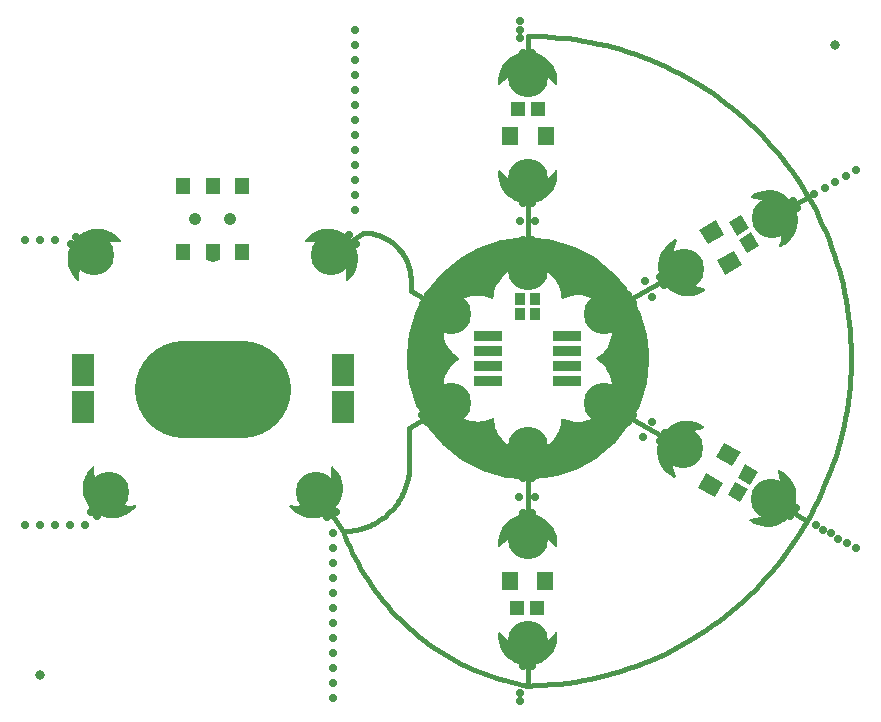
<source format=gbr>
G04 EAGLE Gerber RS-274X export*
G75*
%MOMM*%
%FSLAX34Y34*%
%LPD*%
%INSoldermask Top*%
%IPPOS*%
%AMOC8*
5,1,8,0,0,1.08239X$1,22.5*%
G01*
%ADD10C,0.406400*%
%ADD11C,0.711200*%
%ADD12R,2.413000X0.812800*%
%ADD13R,0.903200X1.103200*%
%ADD14C,3.419200*%
%ADD15R,1.203200X1.353200*%
%ADD16C,1.053200*%
%ADD17R,1.981200X2.743200*%
%ADD18C,8.203200*%
%ADD19R,1.303200X1.203200*%
%ADD20R,1.403200X1.603200*%
%ADD21C,0.838200*%
%ADD22C,1.219200*%

G36*
X440914Y191021D02*
X440914Y191021D01*
X443614Y191121D01*
X443628Y191125D01*
X443647Y191124D01*
X458947Y193024D01*
X458964Y193030D01*
X458989Y193031D01*
X461489Y193631D01*
X461490Y193632D01*
X461492Y193632D01*
X463892Y194232D01*
X463904Y194238D01*
X463921Y194240D01*
X478221Y199040D01*
X478233Y199048D01*
X478251Y199052D01*
X480551Y200052D01*
X480561Y200060D01*
X480572Y200062D01*
X480577Y200066D01*
X480585Y200069D01*
X495585Y208469D01*
X495595Y208478D01*
X495610Y208484D01*
X497710Y209884D01*
X497724Y209898D01*
X497745Y209911D01*
X510845Y221011D01*
X510854Y221022D01*
X510868Y221032D01*
X512568Y222732D01*
X512578Y222748D01*
X512596Y222763D01*
X523296Y236163D01*
X523301Y236173D01*
X523311Y236183D01*
X524711Y238183D01*
X524718Y238202D01*
X524735Y238223D01*
X532835Y253523D01*
X532841Y253543D01*
X532855Y253567D01*
X533754Y255963D01*
X534653Y258262D01*
X534656Y258278D01*
X534665Y258297D01*
X538765Y272797D01*
X538766Y272810D01*
X538772Y272826D01*
X539272Y275326D01*
X539272Y275333D01*
X539275Y275342D01*
X539675Y277942D01*
X539674Y277955D01*
X539678Y277971D01*
X540878Y293471D01*
X540875Y293490D01*
X540879Y293514D01*
X540779Y296214D01*
X540779Y296215D01*
X540679Y298815D01*
X540675Y298829D01*
X540676Y298847D01*
X538776Y314147D01*
X538772Y314159D01*
X538772Y314174D01*
X538272Y316674D01*
X538269Y316680D01*
X538269Y316689D01*
X537669Y319189D01*
X537662Y319202D01*
X537659Y319221D01*
X532859Y333421D01*
X532852Y333434D01*
X532848Y333451D01*
X531848Y335751D01*
X531837Y335765D01*
X531830Y335787D01*
X523330Y350787D01*
X523322Y350796D01*
X523316Y350810D01*
X521916Y352910D01*
X521902Y352923D01*
X521890Y352944D01*
X510890Y366044D01*
X510875Y366055D01*
X510860Y366076D01*
X509060Y367776D01*
X509048Y367783D01*
X509037Y367796D01*
X495637Y378496D01*
X495627Y378501D01*
X495618Y378511D01*
X493618Y379911D01*
X493598Y379918D01*
X493577Y379935D01*
X478277Y388035D01*
X478259Y388040D01*
X478238Y388053D01*
X475938Y388953D01*
X475936Y388954D01*
X475933Y388955D01*
X473533Y389855D01*
X473519Y389857D01*
X473503Y389865D01*
X459003Y393965D01*
X458990Y393966D01*
X458974Y393972D01*
X456474Y394472D01*
X456468Y394472D01*
X456460Y394475D01*
X453960Y394875D01*
X453946Y394874D01*
X453929Y394878D01*
X438329Y396078D01*
X438316Y396076D01*
X438300Y396079D01*
X435700Y396079D01*
X435694Y396078D01*
X435686Y396079D01*
X432986Y395979D01*
X432971Y395975D01*
X432951Y395976D01*
X417651Y393976D01*
X417640Y393972D01*
X417626Y393972D01*
X415126Y393472D01*
X415118Y393469D01*
X415108Y393468D01*
X412708Y392868D01*
X412696Y392862D01*
X412679Y392860D01*
X398379Y388060D01*
X398365Y388050D01*
X398343Y388045D01*
X396143Y387045D01*
X396133Y387038D01*
X396124Y387035D01*
X396120Y387033D01*
X396114Y387031D01*
X381014Y378531D01*
X381002Y378519D01*
X380983Y378511D01*
X378983Y377111D01*
X378973Y377100D01*
X378956Y377090D01*
X365856Y366090D01*
X365847Y366079D01*
X365832Y366068D01*
X364032Y364268D01*
X364022Y364252D01*
X364004Y364237D01*
X353304Y350837D01*
X353299Y350827D01*
X353289Y350818D01*
X351889Y348818D01*
X351881Y348798D01*
X351864Y348776D01*
X343864Y333476D01*
X343861Y333464D01*
X343852Y333451D01*
X342852Y331151D01*
X342851Y331142D01*
X342845Y331133D01*
X341945Y328733D01*
X341943Y328719D01*
X341935Y328703D01*
X337835Y314203D01*
X337834Y314190D01*
X337828Y314174D01*
X337328Y311674D01*
X337328Y311668D01*
X337326Y311660D01*
X336926Y309160D01*
X336927Y309146D01*
X336922Y309129D01*
X335722Y293529D01*
X335725Y293510D01*
X335721Y293485D01*
X335921Y288285D01*
X335925Y288272D01*
X335924Y288254D01*
X337824Y272854D01*
X337828Y272842D01*
X337828Y272826D01*
X338328Y270326D01*
X338332Y270318D01*
X338332Y270308D01*
X338932Y267908D01*
X338939Y267895D01*
X338941Y267877D01*
X343841Y253577D01*
X343850Y253563D01*
X343855Y253543D01*
X344855Y251343D01*
X344863Y251332D01*
X344869Y251316D01*
X353269Y236216D01*
X353280Y236203D01*
X353289Y236183D01*
X354689Y234183D01*
X354701Y234172D01*
X354711Y234155D01*
X365811Y221055D01*
X365822Y221047D01*
X365832Y221032D01*
X367532Y219332D01*
X367547Y219322D01*
X367562Y219305D01*
X380962Y208505D01*
X380972Y208500D01*
X380983Y208489D01*
X382983Y207089D01*
X383002Y207081D01*
X383024Y207064D01*
X398324Y199064D01*
X398336Y199061D01*
X398349Y199052D01*
X400649Y198052D01*
X400658Y198051D01*
X400667Y198045D01*
X403067Y197145D01*
X403081Y197143D01*
X403097Y197135D01*
X417597Y193035D01*
X417610Y193034D01*
X417626Y193028D01*
X420126Y192528D01*
X420132Y192528D01*
X420140Y192526D01*
X422640Y192126D01*
X422654Y192127D01*
X422671Y192122D01*
X438271Y190922D01*
X438290Y190925D01*
X438315Y190921D01*
X440914Y191021D01*
G37*
%LPC*%
G36*
X435440Y215277D02*
X435440Y215277D01*
X432675Y215672D01*
X430007Y216364D01*
X427343Y217252D01*
X424878Y218435D01*
X422504Y219820D01*
X420236Y221398D01*
X418165Y223271D01*
X416291Y225244D01*
X414612Y227516D01*
X413128Y229792D01*
X411846Y232256D01*
X410862Y234816D01*
X410171Y237481D01*
X409677Y240247D01*
X409478Y243027D01*
X409469Y243058D01*
X409468Y243091D01*
X409443Y243140D01*
X409427Y243192D01*
X409404Y243216D01*
X409389Y243245D01*
X409345Y243278D01*
X409308Y243317D01*
X409277Y243329D01*
X409250Y243348D01*
X409197Y243358D01*
X409145Y243377D01*
X409112Y243373D01*
X409080Y243379D01*
X409011Y243362D01*
X408973Y243357D01*
X408960Y243349D01*
X408941Y243344D01*
X406358Y242152D01*
X403790Y241263D01*
X401125Y240572D01*
X398366Y240178D01*
X395700Y240080D01*
X392927Y240179D01*
X390168Y240474D01*
X387510Y241163D01*
X384936Y242054D01*
X382370Y243140D01*
X380008Y244518D01*
X377836Y246097D01*
X375662Y247975D01*
X373788Y249947D01*
X372109Y252120D01*
X370628Y254392D01*
X369346Y256856D01*
X368359Y259424D01*
X367569Y261989D01*
X367076Y264754D01*
X366779Y267421D01*
X366779Y270180D01*
X367076Y272945D01*
X367569Y275611D01*
X368358Y278272D01*
X369442Y280836D01*
X370728Y283209D01*
X372212Y285583D01*
X373885Y287749D01*
X375858Y289721D01*
X377932Y291500D01*
X380217Y293089D01*
X380238Y293112D01*
X380265Y293129D01*
X380280Y293152D01*
X380302Y293170D01*
X380313Y293196D01*
X380332Y293217D01*
X380341Y293248D01*
X380358Y293274D01*
X380361Y293303D01*
X380370Y293324D01*
X380372Y293328D01*
X380371Y293357D01*
X380379Y293384D01*
X380373Y293415D01*
X380376Y293447D01*
X380367Y293473D01*
X380366Y293497D01*
X380365Y293501D01*
X380352Y293526D01*
X380347Y293554D01*
X380328Y293579D01*
X380317Y293609D01*
X380294Y293632D01*
X380285Y293648D01*
X380282Y293653D01*
X380259Y293669D01*
X380242Y293692D01*
X380229Y293698D01*
X380217Y293711D01*
X377929Y295303D01*
X375759Y297078D01*
X373888Y299047D01*
X372206Y301224D01*
X370623Y303499D01*
X369345Y305859D01*
X368359Y308422D01*
X367567Y311095D01*
X366975Y313762D01*
X366679Y316520D01*
X366679Y319279D01*
X366976Y321946D01*
X367469Y324711D01*
X368259Y327276D01*
X369248Y329850D01*
X370433Y332317D01*
X371907Y334675D01*
X373685Y336749D01*
X375565Y338828D01*
X377635Y340602D01*
X379808Y342182D01*
X382175Y343563D01*
X384742Y344748D01*
X387303Y345634D01*
X389968Y346227D01*
X392734Y346622D01*
X395401Y346721D01*
X398166Y346622D01*
X400932Y346227D01*
X403590Y345636D01*
X406156Y344649D01*
X408647Y343553D01*
X408670Y343549D01*
X408689Y343537D01*
X408754Y343533D01*
X408817Y343521D01*
X408839Y343527D01*
X408862Y343526D01*
X408922Y343551D01*
X408984Y343568D01*
X409001Y343584D01*
X409022Y343592D01*
X409064Y343641D01*
X409112Y343684D01*
X409120Y343706D01*
X409135Y343723D01*
X409164Y343817D01*
X409175Y343846D01*
X409175Y343852D01*
X409177Y343860D01*
X409476Y346646D01*
X409971Y349419D01*
X410662Y352084D01*
X411646Y354644D01*
X412930Y357112D01*
X414414Y359486D01*
X416091Y361756D01*
X417965Y363729D01*
X420036Y365602D01*
X422304Y367180D01*
X424675Y368563D01*
X427248Y369750D01*
X429808Y370735D01*
X432575Y371328D01*
X435241Y371822D01*
X438100Y371921D01*
X440865Y371822D01*
X443526Y371428D01*
X446292Y370736D01*
X448858Y369848D01*
X451425Y368663D01*
X453791Y367283D01*
X456064Y365603D01*
X458139Y363825D01*
X460112Y361753D01*
X461788Y359583D01*
X463267Y357217D01*
X464452Y354750D01*
X465441Y352178D01*
X466230Y349512D01*
X466723Y346753D01*
X466922Y343973D01*
X466931Y343942D01*
X466932Y343909D01*
X466957Y343860D01*
X466973Y343808D01*
X466996Y343784D01*
X467011Y343755D01*
X467055Y343722D01*
X467093Y343683D01*
X467123Y343671D01*
X467150Y343652D01*
X467204Y343642D01*
X467255Y343623D01*
X467288Y343627D01*
X467320Y343621D01*
X467389Y343638D01*
X467427Y343643D01*
X467440Y343651D01*
X467459Y343656D01*
X470042Y344848D01*
X472608Y345736D01*
X475374Y346428D01*
X478041Y346823D01*
X480807Y347020D01*
X483566Y346922D01*
X486333Y346526D01*
X489098Y345934D01*
X491658Y345048D01*
X494225Y343863D01*
X496596Y342480D01*
X498868Y340900D01*
X500942Y339121D01*
X502915Y337149D01*
X504588Y334983D01*
X506070Y332612D01*
X507354Y330144D01*
X508341Y327578D01*
X509130Y324912D01*
X509624Y322146D01*
X509921Y319380D01*
X509921Y316620D01*
X509625Y313862D01*
X509033Y311195D01*
X508242Y308528D01*
X507157Y305961D01*
X505875Y303497D01*
X504294Y301224D01*
X502615Y299051D01*
X500642Y297079D01*
X498571Y295303D01*
X496190Y293716D01*
X496165Y293690D01*
X496135Y293671D01*
X496120Y293648D01*
X496098Y293630D01*
X496088Y293607D01*
X496071Y293589D01*
X496061Y293555D01*
X496042Y293526D01*
X496039Y293497D01*
X496028Y293472D01*
X496029Y293447D01*
X496021Y293424D01*
X496027Y293389D01*
X496024Y293354D01*
X496033Y293327D01*
X496035Y293299D01*
X496046Y293277D01*
X496050Y293253D01*
X496071Y293224D01*
X496083Y293191D01*
X496106Y293168D01*
X496118Y293147D01*
X496130Y293139D01*
X496138Y293133D01*
X496152Y293113D01*
X496168Y293105D01*
X496183Y293089D01*
X498468Y291500D01*
X500542Y289721D01*
X502515Y287749D01*
X504188Y285583D01*
X505672Y283209D01*
X506958Y280836D01*
X508042Y278272D01*
X508831Y275611D01*
X509324Y272945D01*
X509621Y270180D01*
X509621Y267420D01*
X509324Y264655D01*
X508831Y261989D01*
X508041Y259322D01*
X507053Y256753D01*
X505871Y254391D01*
X504292Y252021D01*
X502612Y249847D01*
X500738Y247875D01*
X498668Y246100D01*
X496396Y244520D01*
X494022Y243135D01*
X491557Y241952D01*
X488899Y241066D01*
X486232Y240473D01*
X483466Y240078D01*
X480800Y239980D01*
X478034Y240078D01*
X475275Y240472D01*
X472610Y241163D01*
X470045Y242051D01*
X467564Y243242D01*
X467536Y243248D01*
X467511Y243263D01*
X467452Y243267D01*
X467395Y243279D01*
X467367Y243272D01*
X467338Y243274D01*
X467284Y243252D01*
X467227Y243238D01*
X467205Y243219D01*
X467178Y243208D01*
X467140Y243164D01*
X467095Y243126D01*
X467084Y243099D01*
X467065Y243077D01*
X467041Y243001D01*
X467027Y242967D01*
X467027Y242955D01*
X467027Y242953D01*
X467025Y242950D01*
X467025Y242948D01*
X467023Y242940D01*
X466724Y240154D01*
X466230Y237388D01*
X465441Y234722D01*
X464452Y232150D01*
X463269Y229686D01*
X461791Y227420D01*
X460112Y225247D01*
X458139Y223175D01*
X456061Y221394D01*
X453890Y219717D01*
X451430Y218340D01*
X448963Y217254D01*
X446293Y216364D01*
X443625Y215672D01*
X440859Y215277D01*
X438199Y215080D01*
X435440Y215277D01*
G37*
%LPD*%
G36*
X441832Y424967D02*
X441832Y424967D01*
X441922Y424985D01*
X441986Y424988D01*
X445535Y425749D01*
X445621Y425781D01*
X445684Y425794D01*
X449075Y427089D01*
X449155Y427133D01*
X449216Y427156D01*
X452368Y428954D01*
X452382Y428965D01*
X452397Y428972D01*
X452446Y429013D01*
X452497Y429041D01*
X455338Y431301D01*
X455400Y431367D01*
X455452Y431407D01*
X457913Y434073D01*
X457965Y434148D01*
X458010Y434196D01*
X460035Y437208D01*
X460075Y437289D01*
X460112Y437343D01*
X461653Y440629D01*
X461679Y440716D01*
X461708Y440775D01*
X462728Y444258D01*
X462741Y444348D01*
X462760Y444410D01*
X463236Y448008D01*
X463235Y448100D01*
X463245Y448164D01*
X463165Y451792D01*
X463156Y451846D01*
X463157Y451900D01*
X463133Y451985D01*
X463119Y452073D01*
X463096Y452122D01*
X463082Y452174D01*
X463035Y452249D01*
X462997Y452330D01*
X462961Y452370D01*
X462933Y452416D01*
X462867Y452476D01*
X462809Y452543D01*
X462763Y452571D01*
X462723Y452608D01*
X462644Y452647D01*
X462569Y452695D01*
X462517Y452710D01*
X462468Y452734D01*
X462381Y452750D01*
X462296Y452775D01*
X462242Y452775D01*
X462189Y452785D01*
X462100Y452775D01*
X462012Y452776D01*
X461960Y452761D01*
X461906Y452755D01*
X461824Y452722D01*
X461738Y452698D01*
X461692Y452669D01*
X461642Y452649D01*
X461587Y452604D01*
X461497Y452547D01*
X461434Y452478D01*
X461383Y452436D01*
X458628Y449261D01*
X455504Y446558D01*
X452027Y444326D01*
X448269Y442612D01*
X444305Y441449D01*
X440216Y440862D01*
X436084Y440862D01*
X431995Y441449D01*
X428031Y442612D01*
X424273Y444326D01*
X420796Y446558D01*
X417672Y449261D01*
X414917Y452436D01*
X414876Y452471D01*
X414842Y452513D01*
X414769Y452564D01*
X414702Y452622D01*
X414653Y452645D01*
X414609Y452676D01*
X414525Y452704D01*
X414444Y452742D01*
X414391Y452750D01*
X414340Y452767D01*
X414251Y452772D01*
X414163Y452785D01*
X414110Y452778D01*
X414056Y452781D01*
X413969Y452760D01*
X413881Y452749D01*
X413832Y452728D01*
X413779Y452715D01*
X413702Y452671D01*
X413620Y452636D01*
X413579Y452602D01*
X413532Y452575D01*
X413470Y452512D01*
X413401Y452455D01*
X413371Y452411D01*
X413333Y452372D01*
X413291Y452294D01*
X413240Y452221D01*
X413223Y452170D01*
X413198Y452122D01*
X413184Y452052D01*
X413151Y451951D01*
X413147Y451857D01*
X413135Y451792D01*
X413055Y448164D01*
X413066Y448073D01*
X413064Y448008D01*
X413540Y444410D01*
X413564Y444322D01*
X413572Y444258D01*
X414592Y440775D01*
X414630Y440692D01*
X414647Y440629D01*
X416188Y437343D01*
X416238Y437267D01*
X416265Y437208D01*
X418290Y434196D01*
X418351Y434128D01*
X418387Y434073D01*
X420848Y431407D01*
X420919Y431349D01*
X420962Y431301D01*
X423803Y429041D01*
X423838Y429021D01*
X423859Y429001D01*
X423901Y428980D01*
X423932Y428954D01*
X427084Y427156D01*
X427169Y427122D01*
X427225Y427089D01*
X430616Y425794D01*
X430704Y425773D01*
X430765Y425749D01*
X434314Y424988D01*
X434404Y424981D01*
X434468Y424967D01*
X438091Y424756D01*
X438158Y424762D01*
X438209Y424756D01*
X441832Y424967D01*
G37*
G36*
X441832Y33807D02*
X441832Y33807D01*
X441922Y33825D01*
X441986Y33828D01*
X445535Y34589D01*
X445621Y34621D01*
X445684Y34634D01*
X449075Y35929D01*
X449155Y35973D01*
X449216Y35996D01*
X452368Y37794D01*
X452382Y37805D01*
X452397Y37812D01*
X452446Y37853D01*
X452497Y37881D01*
X455338Y40141D01*
X455400Y40207D01*
X455452Y40247D01*
X457913Y42913D01*
X457965Y42988D01*
X458010Y43036D01*
X460035Y46048D01*
X460075Y46129D01*
X460112Y46183D01*
X461653Y49469D01*
X461679Y49556D01*
X461708Y49615D01*
X462728Y53098D01*
X462741Y53188D01*
X462760Y53250D01*
X463236Y56848D01*
X463235Y56940D01*
X463245Y57004D01*
X463165Y60632D01*
X463156Y60686D01*
X463157Y60740D01*
X463133Y60825D01*
X463119Y60913D01*
X463096Y60962D01*
X463082Y61014D01*
X463035Y61089D01*
X462997Y61170D01*
X462961Y61210D01*
X462933Y61256D01*
X462867Y61316D01*
X462809Y61383D01*
X462763Y61411D01*
X462723Y61448D01*
X462644Y61487D01*
X462569Y61535D01*
X462517Y61550D01*
X462468Y61574D01*
X462381Y61590D01*
X462296Y61615D01*
X462242Y61615D01*
X462189Y61625D01*
X462100Y61615D01*
X462012Y61616D01*
X461960Y61601D01*
X461906Y61595D01*
X461824Y61562D01*
X461738Y61538D01*
X461692Y61509D01*
X461642Y61489D01*
X461587Y61444D01*
X461497Y61387D01*
X461434Y61318D01*
X461383Y61276D01*
X458628Y58101D01*
X455504Y55398D01*
X452027Y53166D01*
X448269Y51452D01*
X444305Y50289D01*
X440216Y49702D01*
X436084Y49702D01*
X431995Y50289D01*
X428031Y51452D01*
X424273Y53166D01*
X420796Y55398D01*
X417672Y58101D01*
X414917Y61276D01*
X414876Y61311D01*
X414842Y61353D01*
X414769Y61404D01*
X414702Y61462D01*
X414653Y61485D01*
X414609Y61516D01*
X414525Y61544D01*
X414444Y61582D01*
X414391Y61590D01*
X414340Y61607D01*
X414251Y61612D01*
X414163Y61625D01*
X414110Y61618D01*
X414056Y61621D01*
X413969Y61600D01*
X413881Y61589D01*
X413832Y61568D01*
X413779Y61555D01*
X413702Y61511D01*
X413620Y61476D01*
X413579Y61442D01*
X413532Y61415D01*
X413470Y61352D01*
X413401Y61295D01*
X413371Y61251D01*
X413333Y61212D01*
X413291Y61134D01*
X413240Y61061D01*
X413223Y61010D01*
X413198Y60962D01*
X413184Y60892D01*
X413151Y60791D01*
X413147Y60697D01*
X413135Y60632D01*
X413055Y57004D01*
X413066Y56913D01*
X413064Y56848D01*
X413540Y53250D01*
X413564Y53162D01*
X413572Y53098D01*
X414592Y49615D01*
X414630Y49532D01*
X414647Y49469D01*
X416188Y46183D01*
X416238Y46107D01*
X416265Y46048D01*
X418290Y43036D01*
X418351Y42968D01*
X418387Y42913D01*
X420848Y40247D01*
X420919Y40189D01*
X420962Y40141D01*
X423803Y37881D01*
X423838Y37861D01*
X423859Y37841D01*
X423901Y37820D01*
X423932Y37794D01*
X427084Y35996D01*
X427169Y35962D01*
X427225Y35929D01*
X430616Y34634D01*
X430704Y34613D01*
X430765Y34589D01*
X434314Y33828D01*
X434404Y33821D01*
X434468Y33807D01*
X438091Y33596D01*
X438158Y33602D01*
X438209Y33596D01*
X441832Y33807D01*
G37*
G36*
X462190Y525122D02*
X462190Y525122D01*
X462244Y525119D01*
X462331Y525140D01*
X462419Y525151D01*
X462468Y525172D01*
X462521Y525185D01*
X462598Y525229D01*
X462680Y525264D01*
X462721Y525298D01*
X462768Y525325D01*
X462830Y525388D01*
X462899Y525445D01*
X462930Y525489D01*
X462967Y525528D01*
X463010Y525606D01*
X463060Y525679D01*
X463077Y525730D01*
X463102Y525778D01*
X463116Y525848D01*
X463149Y525949D01*
X463153Y526043D01*
X463165Y526108D01*
X463245Y529736D01*
X463234Y529827D01*
X463236Y529892D01*
X462760Y533490D01*
X462736Y533578D01*
X462728Y533642D01*
X461708Y537125D01*
X461670Y537208D01*
X461653Y537271D01*
X460112Y540557D01*
X460062Y540633D01*
X460035Y540692D01*
X458010Y543704D01*
X457949Y543772D01*
X457913Y543827D01*
X455452Y546494D01*
X455381Y546551D01*
X455338Y546599D01*
X452497Y548859D01*
X452418Y548905D01*
X452368Y548946D01*
X449216Y550744D01*
X449131Y550778D01*
X449075Y550811D01*
X445684Y552106D01*
X445596Y552127D01*
X445535Y552151D01*
X441986Y552912D01*
X441896Y552919D01*
X441832Y552933D01*
X438209Y553144D01*
X438142Y553138D01*
X438091Y553144D01*
X434468Y552933D01*
X434379Y552915D01*
X434314Y552912D01*
X430765Y552151D01*
X430679Y552119D01*
X430616Y552106D01*
X427225Y550811D01*
X427146Y550767D01*
X427084Y550744D01*
X423932Y548946D01*
X423860Y548890D01*
X423803Y548859D01*
X420962Y546599D01*
X420900Y546533D01*
X420848Y546494D01*
X418387Y543827D01*
X418335Y543752D01*
X418290Y543704D01*
X416265Y540692D01*
X416225Y540611D01*
X416188Y540557D01*
X414647Y537271D01*
X414621Y537184D01*
X414592Y537125D01*
X413572Y533642D01*
X413559Y533552D01*
X413540Y533490D01*
X413064Y529892D01*
X413065Y529801D01*
X413055Y529736D01*
X413135Y526108D01*
X413144Y526054D01*
X413143Y526000D01*
X413167Y525915D01*
X413181Y525827D01*
X413204Y525778D01*
X413218Y525726D01*
X413265Y525651D01*
X413303Y525570D01*
X413339Y525530D01*
X413367Y525484D01*
X413433Y525424D01*
X413491Y525357D01*
X413537Y525329D01*
X413577Y525292D01*
X413656Y525253D01*
X413731Y525205D01*
X413783Y525190D01*
X413832Y525166D01*
X413919Y525150D01*
X414004Y525125D01*
X414058Y525125D01*
X414111Y525116D01*
X414200Y525125D01*
X414288Y525124D01*
X414340Y525139D01*
X414394Y525145D01*
X414477Y525178D01*
X414562Y525202D01*
X414608Y525231D01*
X414658Y525251D01*
X414713Y525296D01*
X414803Y525353D01*
X414866Y525422D01*
X414917Y525465D01*
X417672Y528639D01*
X420796Y531342D01*
X424273Y533574D01*
X428031Y535288D01*
X431995Y536451D01*
X436084Y537038D01*
X440216Y537038D01*
X444305Y536451D01*
X448269Y535288D01*
X452027Y533574D01*
X455504Y531342D01*
X458628Y528639D01*
X461383Y525465D01*
X461424Y525429D01*
X461458Y525387D01*
X461531Y525336D01*
X461598Y525278D01*
X461647Y525255D01*
X461691Y525224D01*
X461775Y525196D01*
X461856Y525158D01*
X461909Y525150D01*
X461960Y525133D01*
X462049Y525128D01*
X462137Y525115D01*
X462190Y525122D01*
G37*
G36*
X462190Y133962D02*
X462190Y133962D01*
X462244Y133959D01*
X462331Y133980D01*
X462419Y133991D01*
X462468Y134012D01*
X462521Y134025D01*
X462598Y134069D01*
X462680Y134104D01*
X462721Y134138D01*
X462768Y134165D01*
X462830Y134228D01*
X462899Y134285D01*
X462930Y134329D01*
X462967Y134368D01*
X463010Y134446D01*
X463060Y134519D01*
X463077Y134570D01*
X463102Y134618D01*
X463116Y134688D01*
X463149Y134789D01*
X463153Y134883D01*
X463165Y134948D01*
X463245Y138576D01*
X463234Y138667D01*
X463236Y138732D01*
X462760Y142330D01*
X462736Y142418D01*
X462728Y142482D01*
X461708Y145965D01*
X461670Y146048D01*
X461653Y146111D01*
X460112Y149397D01*
X460062Y149473D01*
X460035Y149532D01*
X458010Y152544D01*
X457949Y152612D01*
X457913Y152667D01*
X455452Y155334D01*
X455381Y155391D01*
X455338Y155439D01*
X452497Y157699D01*
X452418Y157745D01*
X452368Y157786D01*
X449216Y159584D01*
X449131Y159618D01*
X449075Y159651D01*
X445684Y160946D01*
X445596Y160967D01*
X445535Y160991D01*
X441986Y161752D01*
X441896Y161759D01*
X441832Y161773D01*
X438209Y161984D01*
X438142Y161978D01*
X438091Y161984D01*
X434468Y161773D01*
X434379Y161755D01*
X434314Y161752D01*
X430765Y160991D01*
X430679Y160959D01*
X430616Y160946D01*
X427225Y159651D01*
X427146Y159607D01*
X427084Y159584D01*
X423932Y157786D01*
X423860Y157730D01*
X423803Y157699D01*
X420962Y155439D01*
X420900Y155373D01*
X420848Y155334D01*
X418387Y152667D01*
X418335Y152592D01*
X418290Y152544D01*
X416265Y149532D01*
X416225Y149451D01*
X416188Y149397D01*
X414647Y146111D01*
X414621Y146024D01*
X414592Y145965D01*
X413572Y142482D01*
X413559Y142392D01*
X413540Y142330D01*
X413064Y138732D01*
X413065Y138641D01*
X413055Y138576D01*
X413135Y134948D01*
X413144Y134894D01*
X413143Y134840D01*
X413167Y134755D01*
X413181Y134667D01*
X413204Y134618D01*
X413218Y134566D01*
X413265Y134491D01*
X413303Y134410D01*
X413339Y134370D01*
X413367Y134324D01*
X413433Y134264D01*
X413491Y134197D01*
X413537Y134169D01*
X413577Y134132D01*
X413656Y134093D01*
X413731Y134045D01*
X413783Y134030D01*
X413832Y134006D01*
X413919Y133990D01*
X414004Y133965D01*
X414058Y133965D01*
X414111Y133956D01*
X414200Y133965D01*
X414288Y133964D01*
X414340Y133979D01*
X414394Y133985D01*
X414477Y134018D01*
X414562Y134042D01*
X414608Y134071D01*
X414658Y134091D01*
X414713Y134136D01*
X414803Y134193D01*
X414866Y134262D01*
X414917Y134305D01*
X417672Y137479D01*
X420796Y140182D01*
X424273Y142414D01*
X428031Y144128D01*
X431995Y145291D01*
X436084Y145878D01*
X440216Y145878D01*
X444305Y145291D01*
X448269Y144128D01*
X452027Y142414D01*
X455504Y140182D01*
X458628Y137479D01*
X461383Y134305D01*
X461424Y134269D01*
X461458Y134227D01*
X461531Y134176D01*
X461598Y134118D01*
X461647Y134095D01*
X461691Y134064D01*
X461775Y134036D01*
X461856Y133998D01*
X461909Y133990D01*
X461960Y133973D01*
X462049Y133968D01*
X462137Y133955D01*
X462190Y133962D01*
G37*
G36*
X57758Y359240D02*
X57758Y359240D01*
X57812Y359240D01*
X57897Y359266D01*
X57984Y359282D01*
X58032Y359306D01*
X58084Y359322D01*
X58159Y359370D01*
X58238Y359410D01*
X58278Y359446D01*
X58323Y359476D01*
X58382Y359542D01*
X58447Y359603D01*
X58475Y359649D01*
X58510Y359690D01*
X58548Y359770D01*
X58594Y359846D01*
X58608Y359898D01*
X58630Y359947D01*
X58640Y360018D01*
X58667Y360121D01*
X58665Y360214D01*
X58674Y360280D01*
X58524Y364481D01*
X58965Y368589D01*
X59986Y372592D01*
X61566Y376409D01*
X63672Y379963D01*
X66262Y383181D01*
X69283Y385999D01*
X72674Y388358D01*
X76366Y390211D01*
X80285Y391520D01*
X84349Y392259D01*
X88478Y392413D01*
X92658Y391970D01*
X92712Y391972D01*
X92765Y391965D01*
X92853Y391977D01*
X92942Y391980D01*
X92993Y391997D01*
X93047Y392005D01*
X93127Y392041D01*
X93212Y392068D01*
X93257Y392099D01*
X93306Y392121D01*
X93374Y392178D01*
X93447Y392228D01*
X93481Y392270D01*
X93523Y392305D01*
X93572Y392379D01*
X93629Y392447D01*
X93650Y392497D01*
X93680Y392541D01*
X93707Y392626D01*
X93743Y392707D01*
X93750Y392761D01*
X93766Y392813D01*
X93768Y392901D01*
X93780Y392989D01*
X93772Y393043D01*
X93773Y393097D01*
X93751Y393183D01*
X93737Y393270D01*
X93715Y393320D01*
X93701Y393372D01*
X93663Y393432D01*
X93619Y393529D01*
X93557Y393600D01*
X93522Y393656D01*
X91106Y396364D01*
X91036Y396423D01*
X90993Y396472D01*
X88191Y398779D01*
X88114Y398826D01*
X88064Y398868D01*
X84942Y400720D01*
X84858Y400755D01*
X84803Y400789D01*
X81435Y402141D01*
X81346Y402163D01*
X81286Y402188D01*
X77751Y403009D01*
X77660Y403017D01*
X77597Y403033D01*
X73978Y403304D01*
X73887Y403299D01*
X73822Y403304D01*
X70204Y403019D01*
X70115Y402999D01*
X70050Y402995D01*
X66518Y402160D01*
X66433Y402127D01*
X66370Y402113D01*
X63006Y400748D01*
X62928Y400702D01*
X62867Y400679D01*
X59752Y398816D01*
X59681Y398758D01*
X59625Y398726D01*
X56832Y396408D01*
X56787Y396359D01*
X56746Y396328D01*
X54239Y393703D01*
X54186Y393629D01*
X54141Y393583D01*
X52065Y390605D01*
X52024Y390524D01*
X51986Y390471D01*
X50390Y387212D01*
X50362Y387125D01*
X50332Y387067D01*
X49253Y383602D01*
X49238Y383512D01*
X49218Y383450D01*
X48682Y379860D01*
X48681Y379769D01*
X48670Y379705D01*
X48689Y376076D01*
X48702Y375985D01*
X48702Y375921D01*
X49275Y372337D01*
X49302Y372250D01*
X49311Y372185D01*
X50425Y368731D01*
X50465Y368649D01*
X50484Y368587D01*
X52113Y365344D01*
X52165Y365269D01*
X52194Y365210D01*
X54300Y362254D01*
X54362Y362188D01*
X54399Y362135D01*
X56932Y359535D01*
X56975Y359502D01*
X57011Y359462D01*
X57087Y359416D01*
X57157Y359362D01*
X57208Y359342D01*
X57254Y359313D01*
X57339Y359290D01*
X57422Y359257D01*
X57475Y359252D01*
X57527Y359237D01*
X57616Y359238D01*
X57705Y359230D01*
X57758Y359240D01*
G37*
G36*
X285374Y359244D02*
X285374Y359244D01*
X285427Y359246D01*
X285512Y359274D01*
X285598Y359294D01*
X285646Y359320D01*
X285697Y359337D01*
X285755Y359379D01*
X285848Y359430D01*
X285914Y359496D01*
X285968Y359535D01*
X288501Y362135D01*
X288554Y362208D01*
X288600Y362254D01*
X290706Y365210D01*
X290748Y365291D01*
X290787Y365344D01*
X292416Y368587D01*
X292445Y368673D01*
X292475Y368731D01*
X293589Y372185D01*
X293605Y372275D01*
X293625Y372337D01*
X294198Y375921D01*
X294200Y376011D01*
X294211Y376076D01*
X294230Y379705D01*
X294217Y379795D01*
X294218Y379860D01*
X293682Y383450D01*
X293656Y383537D01*
X293647Y383602D01*
X292568Y387067D01*
X292529Y387149D01*
X292510Y387212D01*
X290914Y390471D01*
X290863Y390547D01*
X290835Y390605D01*
X288759Y393583D01*
X288697Y393649D01*
X288661Y393703D01*
X286154Y396328D01*
X286102Y396370D01*
X286068Y396408D01*
X283275Y398726D01*
X283197Y398774D01*
X283148Y398816D01*
X280033Y400679D01*
X279949Y400714D01*
X279894Y400748D01*
X276530Y402113D01*
X276442Y402135D01*
X276382Y402160D01*
X272850Y402995D01*
X272759Y403003D01*
X272696Y403019D01*
X269078Y403304D01*
X268987Y403299D01*
X268922Y403304D01*
X265303Y403033D01*
X265214Y403013D01*
X265149Y403009D01*
X261614Y402188D01*
X261529Y402155D01*
X261465Y402141D01*
X258097Y400789D01*
X258018Y400743D01*
X257958Y400720D01*
X254836Y398868D01*
X254765Y398811D01*
X254709Y398779D01*
X251907Y396472D01*
X251845Y396405D01*
X251794Y396364D01*
X249378Y393656D01*
X249348Y393611D01*
X249311Y393572D01*
X249270Y393493D01*
X249220Y393419D01*
X249204Y393368D01*
X249179Y393320D01*
X249161Y393233D01*
X249134Y393148D01*
X249133Y393094D01*
X249122Y393041D01*
X249129Y392953D01*
X249127Y392864D01*
X249140Y392812D01*
X249145Y392758D01*
X249176Y392675D01*
X249199Y392589D01*
X249226Y392543D01*
X249245Y392492D01*
X249298Y392421D01*
X249344Y392344D01*
X249383Y392308D01*
X249415Y392264D01*
X249486Y392211D01*
X249551Y392150D01*
X249599Y392125D01*
X249642Y392093D01*
X249725Y392061D01*
X249804Y392020D01*
X249857Y392010D01*
X249907Y391991D01*
X249979Y391986D01*
X250083Y391966D01*
X250176Y391974D01*
X250242Y391970D01*
X254422Y392413D01*
X258551Y392259D01*
X262615Y391520D01*
X266534Y390211D01*
X270226Y388358D01*
X270969Y387841D01*
X272428Y386825D01*
X272429Y386825D01*
X273617Y385999D01*
X276638Y383181D01*
X276817Y382959D01*
X277634Y381944D01*
X277634Y381943D01*
X278451Y380928D01*
X279228Y379963D01*
X281334Y376409D01*
X282914Y372592D01*
X283935Y368589D01*
X284376Y364481D01*
X284226Y360280D01*
X284232Y360226D01*
X284228Y360173D01*
X284246Y360086D01*
X284256Y359997D01*
X284276Y359947D01*
X284287Y359895D01*
X284329Y359816D01*
X284363Y359734D01*
X284396Y359691D01*
X284421Y359644D01*
X284483Y359580D01*
X284538Y359511D01*
X284582Y359479D01*
X284620Y359440D01*
X284697Y359396D01*
X284769Y359345D01*
X284820Y359327D01*
X284867Y359300D01*
X284953Y359279D01*
X285037Y359249D01*
X285091Y359246D01*
X285143Y359233D01*
X285232Y359237D01*
X285321Y359232D01*
X285374Y359244D01*
G37*
G36*
X256313Y158041D02*
X256313Y158041D01*
X256378Y158036D01*
X259996Y158321D01*
X260085Y158341D01*
X260150Y158345D01*
X263682Y159180D01*
X263767Y159213D01*
X263830Y159227D01*
X267194Y160592D01*
X267272Y160638D01*
X267333Y160661D01*
X270448Y162524D01*
X270519Y162582D01*
X270575Y162614D01*
X273368Y164932D01*
X273413Y164981D01*
X273454Y165012D01*
X275961Y167637D01*
X276014Y167711D01*
X276059Y167757D01*
X278135Y170735D01*
X278176Y170816D01*
X278214Y170869D01*
X279810Y174128D01*
X279838Y174215D01*
X279868Y174273D01*
X280947Y177738D01*
X280962Y177828D01*
X280982Y177890D01*
X281518Y181480D01*
X281519Y181571D01*
X281530Y181635D01*
X281511Y185264D01*
X281498Y185355D01*
X281498Y185419D01*
X280925Y189003D01*
X280898Y189090D01*
X280889Y189155D01*
X279775Y192609D01*
X279735Y192691D01*
X279716Y192753D01*
X278087Y195996D01*
X278035Y196071D01*
X278006Y196130D01*
X275900Y199086D01*
X275838Y199152D01*
X275801Y199205D01*
X273268Y201805D01*
X273225Y201838D01*
X273189Y201878D01*
X273113Y201924D01*
X273043Y201978D01*
X272992Y201998D01*
X272946Y202027D01*
X272861Y202050D01*
X272778Y202083D01*
X272725Y202088D01*
X272673Y202103D01*
X272584Y202102D01*
X272495Y202110D01*
X272442Y202100D01*
X272388Y202100D01*
X272303Y202074D01*
X272216Y202058D01*
X272168Y202034D01*
X272116Y202018D01*
X272041Y201970D01*
X271962Y201930D01*
X271922Y201894D01*
X271877Y201864D01*
X271818Y201798D01*
X271753Y201737D01*
X271725Y201691D01*
X271690Y201650D01*
X271652Y201570D01*
X271606Y201494D01*
X271592Y201442D01*
X271570Y201393D01*
X271560Y201322D01*
X271533Y201219D01*
X271535Y201126D01*
X271526Y201060D01*
X271676Y196859D01*
X271235Y192751D01*
X270214Y188748D01*
X268634Y184931D01*
X266528Y181377D01*
X263938Y178159D01*
X260917Y175341D01*
X257526Y172982D01*
X253834Y171129D01*
X249915Y169820D01*
X245851Y169081D01*
X241722Y168927D01*
X237542Y169370D01*
X237488Y169368D01*
X237435Y169375D01*
X237347Y169363D01*
X237258Y169360D01*
X237207Y169343D01*
X237153Y169335D01*
X237073Y169299D01*
X236988Y169272D01*
X236943Y169241D01*
X236894Y169219D01*
X236826Y169162D01*
X236753Y169112D01*
X236719Y169070D01*
X236677Y169035D01*
X236628Y168961D01*
X236571Y168893D01*
X236550Y168843D01*
X236520Y168799D01*
X236493Y168714D01*
X236457Y168633D01*
X236450Y168579D01*
X236434Y168527D01*
X236432Y168439D01*
X236420Y168351D01*
X236428Y168297D01*
X236427Y168243D01*
X236449Y168157D01*
X236463Y168070D01*
X236485Y168020D01*
X236499Y167968D01*
X236537Y167908D01*
X236581Y167811D01*
X236643Y167740D01*
X236678Y167684D01*
X239094Y164976D01*
X239164Y164917D01*
X239207Y164868D01*
X242009Y162561D01*
X242086Y162514D01*
X242136Y162472D01*
X245258Y160620D01*
X245342Y160585D01*
X245397Y160551D01*
X248765Y159199D01*
X248854Y159177D01*
X248914Y159152D01*
X252449Y158331D01*
X252540Y158323D01*
X252603Y158307D01*
X256222Y158036D01*
X256313Y158041D01*
G37*
G36*
X90297Y158307D02*
X90297Y158307D01*
X90386Y158327D01*
X90451Y158331D01*
X93986Y159152D01*
X94071Y159185D01*
X94135Y159199D01*
X97503Y160551D01*
X97582Y160597D01*
X97642Y160620D01*
X100764Y162472D01*
X100835Y162529D01*
X100891Y162561D01*
X103693Y164868D01*
X103755Y164935D01*
X103806Y164976D01*
X106222Y167684D01*
X106252Y167729D01*
X106289Y167768D01*
X106330Y167847D01*
X106380Y167921D01*
X106396Y167972D01*
X106421Y168020D01*
X106439Y168107D01*
X106466Y168192D01*
X106467Y168246D01*
X106478Y168299D01*
X106471Y168387D01*
X106473Y168476D01*
X106460Y168528D01*
X106455Y168582D01*
X106424Y168665D01*
X106401Y168751D01*
X106374Y168797D01*
X106355Y168848D01*
X106302Y168919D01*
X106256Y168996D01*
X106217Y169032D01*
X106185Y169076D01*
X106114Y169129D01*
X106049Y169190D01*
X106001Y169215D01*
X105958Y169247D01*
X105875Y169279D01*
X105796Y169320D01*
X105743Y169330D01*
X105693Y169349D01*
X105621Y169354D01*
X105517Y169374D01*
X105424Y169366D01*
X105358Y169370D01*
X101178Y168927D01*
X97049Y169081D01*
X92985Y169820D01*
X89066Y171129D01*
X85374Y172982D01*
X81983Y175341D01*
X78962Y178159D01*
X78306Y178973D01*
X78306Y178974D01*
X77489Y179989D01*
X76672Y181004D01*
X76372Y181377D01*
X74266Y184931D01*
X72686Y188748D01*
X71665Y192751D01*
X71224Y196859D01*
X71374Y201060D01*
X71368Y201114D01*
X71372Y201167D01*
X71354Y201254D01*
X71344Y201343D01*
X71324Y201393D01*
X71313Y201445D01*
X71271Y201524D01*
X71237Y201606D01*
X71204Y201649D01*
X71179Y201696D01*
X71117Y201760D01*
X71062Y201829D01*
X71018Y201861D01*
X70980Y201900D01*
X70903Y201944D01*
X70831Y201995D01*
X70780Y202013D01*
X70733Y202040D01*
X70647Y202061D01*
X70563Y202091D01*
X70509Y202094D01*
X70457Y202107D01*
X70368Y202103D01*
X70279Y202108D01*
X70226Y202096D01*
X70173Y202094D01*
X70088Y202066D01*
X70002Y202046D01*
X69954Y202020D01*
X69903Y202003D01*
X69845Y201961D01*
X69752Y201910D01*
X69686Y201844D01*
X69632Y201805D01*
X67099Y199205D01*
X67046Y199132D01*
X67000Y199086D01*
X64894Y196130D01*
X64852Y196049D01*
X64813Y195996D01*
X63184Y192753D01*
X63155Y192667D01*
X63125Y192609D01*
X62011Y189155D01*
X61995Y189065D01*
X61975Y189003D01*
X61402Y185419D01*
X61400Y185329D01*
X61389Y185264D01*
X61370Y181635D01*
X61383Y181545D01*
X61382Y181480D01*
X61918Y177890D01*
X61944Y177803D01*
X61953Y177738D01*
X63032Y174273D01*
X63071Y174191D01*
X63090Y174128D01*
X64686Y170869D01*
X64737Y170793D01*
X64765Y170735D01*
X66841Y167757D01*
X66903Y167691D01*
X66939Y167637D01*
X69446Y165012D01*
X69498Y164970D01*
X69532Y164932D01*
X72325Y162614D01*
X72403Y162566D01*
X72452Y162524D01*
X75567Y160661D01*
X75651Y160626D01*
X75706Y160592D01*
X79070Y159227D01*
X79158Y159205D01*
X79218Y159180D01*
X82750Y158345D01*
X82841Y158337D01*
X82904Y158321D01*
X86522Y158036D01*
X86613Y158041D01*
X86678Y158036D01*
X90297Y158307D01*
G37*
G36*
X651941Y387963D02*
X651941Y387963D01*
X651995Y387965D01*
X652063Y387988D01*
X652167Y388010D01*
X652249Y388053D01*
X652312Y388075D01*
X655494Y389820D01*
X655567Y389875D01*
X655625Y389906D01*
X658503Y392117D01*
X658567Y392182D01*
X658619Y392221D01*
X661125Y394846D01*
X661178Y394920D01*
X661223Y394967D01*
X663299Y397944D01*
X663340Y398025D01*
X663378Y398078D01*
X664974Y401338D01*
X665002Y401425D01*
X665031Y401483D01*
X666110Y404948D01*
X666121Y405015D01*
X666129Y405042D01*
X666130Y405053D01*
X666145Y405100D01*
X666681Y408689D01*
X666682Y408780D01*
X666692Y408845D01*
X666673Y412474D01*
X666660Y412564D01*
X666661Y412629D01*
X666087Y416213D01*
X666060Y416300D01*
X666051Y416365D01*
X664936Y419819D01*
X664896Y419901D01*
X664877Y419963D01*
X663248Y423206D01*
X663209Y423261D01*
X663189Y423308D01*
X661195Y426340D01*
X661135Y426409D01*
X661100Y426464D01*
X658666Y429156D01*
X658596Y429214D01*
X658553Y429263D01*
X655736Y431552D01*
X655658Y431599D01*
X655608Y431640D01*
X652474Y433471D01*
X652390Y433506D01*
X652334Y433539D01*
X648957Y434870D01*
X648869Y434891D01*
X648808Y434915D01*
X645268Y435714D01*
X645177Y435721D01*
X645114Y435736D01*
X641493Y435984D01*
X641402Y435978D01*
X641337Y435983D01*
X637721Y435674D01*
X637632Y435654D01*
X637567Y435649D01*
X634040Y434791D01*
X633956Y434758D01*
X633892Y434743D01*
X630538Y433356D01*
X630460Y433310D01*
X630400Y433286D01*
X627297Y431402D01*
X627255Y431368D01*
X627208Y431342D01*
X627146Y431279D01*
X627077Y431222D01*
X627046Y431178D01*
X627008Y431139D01*
X626966Y431062D01*
X626916Y430988D01*
X626898Y430937D01*
X626873Y430890D01*
X626854Y430803D01*
X626825Y430719D01*
X626823Y430665D01*
X626812Y430612D01*
X626817Y430523D01*
X626813Y430435D01*
X626826Y430382D01*
X626830Y430328D01*
X626860Y430245D01*
X626881Y430159D01*
X626908Y430112D01*
X626926Y430061D01*
X626978Y429989D01*
X627022Y429912D01*
X627061Y429874D01*
X627092Y429830D01*
X627162Y429776D01*
X627226Y429714D01*
X627274Y429689D01*
X627316Y429655D01*
X627383Y429630D01*
X627477Y429580D01*
X627569Y429561D01*
X627631Y429538D01*
X631758Y428739D01*
X635661Y427385D01*
X639332Y425490D01*
X642696Y423092D01*
X645685Y420241D01*
X648238Y416993D01*
X650304Y413415D01*
X651839Y409580D01*
X652815Y405566D01*
X653209Y401454D01*
X653015Y397327D01*
X652236Y393270D01*
X650864Y389297D01*
X650854Y389244D01*
X650834Y389193D01*
X650827Y389105D01*
X650810Y389018D01*
X650815Y388964D01*
X650810Y388910D01*
X650827Y388823D01*
X650835Y388734D01*
X650855Y388684D01*
X650865Y388631D01*
X650906Y388552D01*
X650938Y388469D01*
X650971Y388426D01*
X650995Y388378D01*
X651056Y388314D01*
X651110Y388243D01*
X651154Y388211D01*
X651191Y388172D01*
X651267Y388127D01*
X651338Y388074D01*
X651389Y388055D01*
X651436Y388027D01*
X651522Y388005D01*
X651605Y387974D01*
X651659Y387970D01*
X651711Y387956D01*
X651800Y387959D01*
X651888Y387952D01*
X651941Y387963D01*
G37*
G36*
X562565Y192553D02*
X562565Y192553D01*
X562619Y192554D01*
X562704Y192581D01*
X562791Y192599D01*
X562838Y192624D01*
X562890Y192640D01*
X562964Y192689D01*
X563043Y192730D01*
X563082Y192768D01*
X563127Y192798D01*
X563184Y192866D01*
X563248Y192927D01*
X563275Y192974D01*
X563310Y193015D01*
X563346Y193096D01*
X563391Y193173D01*
X563404Y193225D01*
X563426Y193274D01*
X563439Y193362D01*
X563460Y193448D01*
X563459Y193502D01*
X563466Y193556D01*
X563454Y193626D01*
X563451Y193732D01*
X563422Y193821D01*
X563411Y193887D01*
X562039Y197860D01*
X561260Y201917D01*
X561066Y206044D01*
X561460Y210156D01*
X562435Y214171D01*
X563971Y218006D01*
X566037Y221583D01*
X568590Y224831D01*
X571579Y227682D01*
X574943Y230080D01*
X578614Y231975D01*
X582517Y233329D01*
X586644Y234128D01*
X586695Y234146D01*
X586748Y234154D01*
X586829Y234192D01*
X586913Y234221D01*
X586957Y234252D01*
X587006Y234275D01*
X587073Y234333D01*
X587145Y234384D01*
X587179Y234426D01*
X587220Y234462D01*
X587268Y234536D01*
X587323Y234606D01*
X587344Y234655D01*
X587373Y234701D01*
X587399Y234786D01*
X587433Y234868D01*
X587439Y234922D01*
X587455Y234973D01*
X587456Y235062D01*
X587466Y235150D01*
X587457Y235204D01*
X587457Y235258D01*
X587434Y235343D01*
X587419Y235431D01*
X587396Y235479D01*
X587381Y235531D01*
X587335Y235607D01*
X587296Y235687D01*
X587260Y235727D01*
X587232Y235773D01*
X587178Y235820D01*
X587107Y235899D01*
X587028Y235949D01*
X586978Y235993D01*
X583875Y237876D01*
X583791Y237912D01*
X583736Y237946D01*
X580382Y239333D01*
X580294Y239356D01*
X580234Y239382D01*
X576708Y240239D01*
X576617Y240248D01*
X576554Y240264D01*
X572938Y240573D01*
X572847Y240568D01*
X572782Y240574D01*
X569161Y240327D01*
X569072Y240308D01*
X569007Y240304D01*
X565466Y239506D01*
X565381Y239473D01*
X565318Y239460D01*
X561941Y238129D01*
X561862Y238084D01*
X561801Y238061D01*
X558667Y236230D01*
X558595Y236174D01*
X558539Y236142D01*
X555722Y233853D01*
X555660Y233786D01*
X555609Y233746D01*
X553175Y231054D01*
X553124Y230978D01*
X553080Y230931D01*
X551086Y227898D01*
X551057Y227837D01*
X551027Y227796D01*
X549397Y224553D01*
X549368Y224466D01*
X549338Y224409D01*
X548224Y220955D01*
X548208Y220865D01*
X548188Y220803D01*
X547614Y217219D01*
X547612Y217128D01*
X547601Y217064D01*
X547583Y213435D01*
X547595Y213344D01*
X547594Y213280D01*
X548130Y209690D01*
X548156Y209603D01*
X548165Y209538D01*
X549243Y206073D01*
X549282Y205990D01*
X549301Y205928D01*
X550897Y202668D01*
X550948Y202593D01*
X550976Y202534D01*
X553051Y199557D01*
X553113Y199490D01*
X553150Y199436D01*
X555656Y196811D01*
X555728Y196754D01*
X555772Y196707D01*
X558650Y194496D01*
X558729Y194451D01*
X558780Y194411D01*
X561963Y192665D01*
X562013Y192646D01*
X562060Y192619D01*
X562146Y192596D01*
X562229Y192565D01*
X562282Y192561D01*
X562335Y192547D01*
X562424Y192549D01*
X562512Y192542D01*
X562565Y192553D01*
G37*
G36*
X573848Y346342D02*
X573848Y346342D01*
X573913Y346337D01*
X577529Y346646D01*
X577618Y346666D01*
X577683Y346671D01*
X581209Y347529D01*
X581294Y347562D01*
X581357Y347577D01*
X584712Y348964D01*
X584790Y349010D01*
X584850Y349034D01*
X587953Y350918D01*
X587995Y350952D01*
X588042Y350978D01*
X588104Y351041D01*
X588173Y351098D01*
X588204Y351142D01*
X588242Y351181D01*
X588284Y351258D01*
X588334Y351332D01*
X588352Y351383D01*
X588377Y351430D01*
X588396Y351517D01*
X588425Y351601D01*
X588427Y351655D01*
X588438Y351708D01*
X588433Y351797D01*
X588436Y351885D01*
X588424Y351938D01*
X588420Y351992D01*
X588390Y352075D01*
X588369Y352161D01*
X588342Y352208D01*
X588324Y352259D01*
X588272Y352331D01*
X588228Y352408D01*
X588189Y352446D01*
X588158Y352490D01*
X588088Y352544D01*
X588024Y352606D01*
X587976Y352631D01*
X587934Y352665D01*
X587867Y352690D01*
X587773Y352740D01*
X587681Y352759D01*
X587619Y352782D01*
X583492Y353581D01*
X579589Y354935D01*
X575918Y356830D01*
X572554Y359228D01*
X569565Y362079D01*
X567012Y365327D01*
X564946Y368905D01*
X563410Y372740D01*
X562435Y376754D01*
X562041Y380866D01*
X562235Y384993D01*
X563014Y389050D01*
X564386Y393023D01*
X564396Y393076D01*
X564415Y393127D01*
X564423Y393215D01*
X564440Y393302D01*
X564435Y393356D01*
X564440Y393410D01*
X564423Y393497D01*
X564415Y393586D01*
X564395Y393636D01*
X564385Y393689D01*
X564344Y393768D01*
X564312Y393851D01*
X564279Y393894D01*
X564255Y393942D01*
X564193Y394006D01*
X564140Y394077D01*
X564096Y394109D01*
X564059Y394148D01*
X563983Y394193D01*
X563912Y394246D01*
X563861Y394265D01*
X563814Y394293D01*
X563728Y394315D01*
X563645Y394346D01*
X563591Y394350D01*
X563539Y394364D01*
X563450Y394361D01*
X563362Y394368D01*
X563309Y394357D01*
X563255Y394355D01*
X563187Y394332D01*
X563083Y394310D01*
X563001Y394267D01*
X562938Y394245D01*
X559756Y392500D01*
X559683Y392445D01*
X559625Y392414D01*
X556747Y390203D01*
X556683Y390138D01*
X556631Y390099D01*
X554125Y387474D01*
X554072Y387400D01*
X554027Y387353D01*
X551951Y384376D01*
X551910Y384295D01*
X551872Y384242D01*
X550276Y380982D01*
X550248Y380895D01*
X550219Y380837D01*
X549140Y377372D01*
X549125Y377282D01*
X549105Y377220D01*
X548569Y373631D01*
X548568Y373540D01*
X548558Y373475D01*
X548577Y369846D01*
X548590Y369756D01*
X548589Y369691D01*
X549163Y366107D01*
X549190Y366020D01*
X549199Y365955D01*
X550314Y362501D01*
X550354Y362419D01*
X550373Y362357D01*
X552002Y359114D01*
X552040Y359059D01*
X552061Y359012D01*
X554055Y355980D01*
X554115Y355911D01*
X554150Y355856D01*
X556584Y353164D01*
X556654Y353106D01*
X556697Y353057D01*
X559514Y350768D01*
X559592Y350721D01*
X559642Y350680D01*
X562776Y348849D01*
X562860Y348814D01*
X562916Y348781D01*
X566293Y347450D01*
X566381Y347429D01*
X566442Y347405D01*
X569982Y346606D01*
X570073Y346599D01*
X570136Y346584D01*
X573757Y346336D01*
X573848Y346342D01*
G37*
G36*
X644138Y151174D02*
X644138Y151174D01*
X644228Y151193D01*
X644293Y151196D01*
X647833Y151995D01*
X647918Y152027D01*
X647982Y152041D01*
X651359Y153371D01*
X651438Y153416D01*
X651499Y153439D01*
X654632Y155270D01*
X654704Y155326D01*
X654760Y155359D01*
X657577Y157647D01*
X657640Y157714D01*
X657690Y157754D01*
X660124Y160447D01*
X660175Y160522D01*
X660220Y160570D01*
X662214Y163602D01*
X662242Y163663D01*
X662243Y163665D01*
X662272Y163704D01*
X663902Y166947D01*
X663931Y167034D01*
X663961Y167091D01*
X665076Y170546D01*
X665091Y170635D01*
X665112Y170697D01*
X665685Y174281D01*
X665687Y174372D01*
X665698Y174436D01*
X665717Y178065D01*
X665704Y178156D01*
X665706Y178221D01*
X665169Y181810D01*
X665143Y181898D01*
X665135Y181962D01*
X664056Y185427D01*
X664017Y185510D01*
X663998Y185572D01*
X662403Y188832D01*
X662351Y188907D01*
X662324Y188966D01*
X660248Y191944D01*
X660186Y192010D01*
X660150Y192064D01*
X657643Y194689D01*
X657572Y194746D01*
X657528Y194793D01*
X654649Y197005D01*
X654570Y197049D01*
X654519Y197090D01*
X651337Y198835D01*
X651286Y198854D01*
X651240Y198882D01*
X651154Y198904D01*
X651071Y198935D01*
X651017Y198940D01*
X650965Y198953D01*
X650876Y198951D01*
X650787Y198958D01*
X650735Y198947D01*
X650681Y198946D01*
X650596Y198919D01*
X650509Y198901D01*
X650461Y198876D01*
X650409Y198860D01*
X650336Y198811D01*
X650257Y198770D01*
X650218Y198733D01*
X650173Y198703D01*
X650116Y198635D01*
X650051Y198573D01*
X650024Y198527D01*
X649989Y198486D01*
X649953Y198404D01*
X649908Y198328D01*
X649895Y198275D01*
X649873Y198226D01*
X649861Y198138D01*
X649839Y198052D01*
X649841Y197998D01*
X649833Y197945D01*
X649845Y197874D01*
X649849Y197768D01*
X649878Y197679D01*
X649889Y197614D01*
X651260Y193640D01*
X652039Y189583D01*
X652234Y185456D01*
X651839Y181344D01*
X650864Y177330D01*
X649328Y173495D01*
X647263Y169917D01*
X644710Y166669D01*
X641721Y163818D01*
X638356Y161420D01*
X634686Y159525D01*
X630783Y158171D01*
X626656Y157372D01*
X626604Y157355D01*
X626551Y157346D01*
X626471Y157309D01*
X626387Y157280D01*
X626343Y157249D01*
X626294Y157226D01*
X626227Y157167D01*
X626154Y157116D01*
X626120Y157074D01*
X626080Y157039D01*
X626032Y156964D01*
X625976Y156895D01*
X625955Y156845D01*
X625926Y156799D01*
X625901Y156714D01*
X625866Y156632D01*
X625860Y156579D01*
X625845Y156527D01*
X625844Y156438D01*
X625834Y156350D01*
X625843Y156297D01*
X625842Y156243D01*
X625866Y156157D01*
X625880Y156070D01*
X625904Y156021D01*
X625918Y155969D01*
X625965Y155893D01*
X626003Y155813D01*
X626039Y155773D01*
X626068Y155727D01*
X626122Y155680D01*
X626192Y155601D01*
X626272Y155551D01*
X626322Y155508D01*
X629424Y153624D01*
X629508Y153588D01*
X629563Y153554D01*
X632917Y152167D01*
X633005Y152144D01*
X633065Y152119D01*
X636592Y151261D01*
X636683Y151252D01*
X636745Y151236D01*
X640362Y150927D01*
X640453Y150932D01*
X640517Y150926D01*
X644138Y151174D01*
G37*
D10*
X259080Y180340D02*
X281940Y147320D01*
X337820Y234950D02*
X373174Y255856D01*
X337820Y234950D02*
X337820Y203200D01*
X337804Y201850D01*
X337755Y200500D01*
X337673Y199152D01*
X337559Y197807D01*
X337413Y196464D01*
X337234Y195126D01*
X337022Y193792D01*
X336779Y192464D01*
X336504Y191142D01*
X336196Y189827D01*
X335857Y188520D01*
X335487Y187221D01*
X335085Y185932D01*
X334652Y184653D01*
X334189Y183385D01*
X333695Y182128D01*
X333170Y180884D01*
X332616Y179652D01*
X332032Y178434D01*
X331419Y177231D01*
X330777Y176043D01*
X330107Y174871D01*
X329408Y173715D01*
X328682Y172577D01*
X327928Y171457D01*
X327148Y170355D01*
X326341Y169272D01*
X325508Y168209D01*
X324650Y167166D01*
X323767Y166145D01*
X322859Y165145D01*
X321928Y164167D01*
X320973Y163212D01*
X319995Y162281D01*
X318995Y161373D01*
X317974Y160490D01*
X316931Y159632D01*
X315868Y158799D01*
X314785Y157992D01*
X313683Y157212D01*
X312563Y156458D01*
X311425Y155732D01*
X310269Y155033D01*
X309097Y154363D01*
X307909Y153721D01*
X306706Y153108D01*
X305488Y152524D01*
X304256Y151970D01*
X303012Y151445D01*
X301755Y150951D01*
X300487Y150488D01*
X299208Y150055D01*
X297919Y149653D01*
X296620Y149283D01*
X295313Y148944D01*
X293998Y148636D01*
X292676Y148361D01*
X291348Y148118D01*
X290014Y147906D01*
X288676Y147727D01*
X287333Y147581D01*
X285988Y147467D01*
X284640Y147385D01*
X283290Y147336D01*
X281940Y147320D01*
X438150Y54610D02*
X438150Y16510D01*
X644045Y174160D02*
X674370Y156210D01*
X645020Y412750D02*
X675640Y430530D01*
X438150Y532130D02*
X438150Y566420D01*
X281940Y147320D02*
X283698Y142680D01*
X285569Y138085D01*
X287551Y133536D01*
X289644Y129037D01*
X291845Y124590D01*
X294154Y120198D01*
X296569Y115864D01*
X299089Y111590D01*
X301712Y107378D01*
X304437Y103231D01*
X307263Y99153D01*
X310186Y95144D01*
X313207Y91207D01*
X316322Y87345D01*
X319531Y83561D01*
X322831Y79855D01*
X326220Y76231D01*
X329696Y72690D01*
X333258Y69236D01*
X336902Y65869D01*
X340628Y62591D01*
X344432Y59406D01*
X348312Y56314D01*
X352267Y53317D01*
X356294Y50418D01*
X360390Y47617D01*
X364553Y44917D01*
X368780Y42320D01*
X373069Y39825D01*
X377418Y37437D01*
X381824Y35154D01*
X386284Y32980D01*
X390796Y30915D01*
X395356Y28961D01*
X399963Y27118D01*
X404614Y25387D01*
X409305Y23771D01*
X414034Y22269D01*
X418798Y20883D01*
X423595Y19613D01*
X428421Y18461D01*
X433274Y17426D01*
X438150Y16510D01*
X444831Y16661D01*
X451507Y16975D01*
X458174Y17452D01*
X464826Y18091D01*
X471462Y18891D01*
X478075Y19853D01*
X484664Y20975D01*
X491223Y22258D01*
X497749Y23700D01*
X504238Y25301D01*
X510686Y27059D01*
X517089Y28973D01*
X523444Y31043D01*
X529746Y33267D01*
X535992Y35644D01*
X542179Y38172D01*
X548302Y40851D01*
X554359Y43677D01*
X560344Y46650D01*
X566256Y49768D01*
X572090Y53029D01*
X577842Y56431D01*
X583510Y59972D01*
X589090Y63651D01*
X594579Y67463D01*
X599974Y71409D01*
X605271Y75485D01*
X610467Y79688D01*
X615559Y84017D01*
X620544Y88468D01*
X625419Y93040D01*
X630182Y97728D01*
X634829Y102532D01*
X639357Y107447D01*
X643765Y112471D01*
X648049Y117601D01*
X652206Y122834D01*
X656235Y128166D01*
X660133Y133595D01*
X663898Y139117D01*
X667527Y144729D01*
X671019Y150428D01*
X674370Y156210D01*
X677667Y162021D01*
X680821Y167910D01*
X683830Y173874D01*
X686694Y179910D01*
X689410Y186013D01*
X691976Y192181D01*
X694391Y198410D01*
X696654Y204695D01*
X698764Y211034D01*
X700718Y217423D01*
X702516Y223857D01*
X704157Y230332D01*
X705640Y236846D01*
X706963Y243394D01*
X708127Y249973D01*
X709130Y256578D01*
X709973Y263205D01*
X710653Y269851D01*
X711172Y276511D01*
X711528Y283182D01*
X711721Y289860D01*
X711752Y296540D01*
X711620Y303220D01*
X711326Y309894D01*
X710869Y316559D01*
X710250Y323210D01*
X709470Y329845D01*
X708527Y336459D01*
X707425Y343048D01*
X706162Y349608D01*
X704739Y356135D01*
X703158Y362626D01*
X701420Y369076D01*
X699525Y375483D01*
X697474Y381841D01*
X695270Y388147D01*
X692912Y394398D01*
X690403Y400589D01*
X687744Y406718D01*
X684936Y412779D01*
X681982Y418771D01*
X678883Y424689D01*
X675640Y430530D01*
X672216Y436247D01*
X668654Y441878D01*
X664956Y447421D01*
X661124Y452872D01*
X657160Y458229D01*
X653067Y463487D01*
X648847Y468644D01*
X644503Y473696D01*
X640037Y478642D01*
X635453Y483477D01*
X630751Y488199D01*
X625936Y492806D01*
X621011Y497293D01*
X615977Y501660D01*
X610839Y505902D01*
X605599Y510018D01*
X600260Y514005D01*
X594826Y517862D01*
X589299Y521584D01*
X583684Y525171D01*
X577982Y528620D01*
X572199Y531930D01*
X566337Y535097D01*
X560399Y538121D01*
X554389Y540999D01*
X548311Y543730D01*
X542168Y546313D01*
X535965Y548745D01*
X529703Y551025D01*
X523389Y553152D01*
X517024Y555124D01*
X510613Y556941D01*
X504160Y558602D01*
X497668Y560105D01*
X491142Y561449D01*
X484585Y562634D01*
X478000Y563659D01*
X471393Y564523D01*
X464767Y565226D01*
X458126Y565767D01*
X451473Y566147D01*
X444813Y566365D01*
X438150Y566420D01*
X298450Y400050D02*
X271780Y381000D01*
X339090Y350520D02*
X373175Y330885D01*
X339090Y359410D02*
X339078Y360392D01*
X339043Y361373D01*
X338983Y362354D01*
X338900Y363332D01*
X338794Y364309D01*
X338664Y365282D01*
X338510Y366252D01*
X338333Y367218D01*
X338133Y368179D01*
X337909Y369136D01*
X337663Y370086D01*
X337393Y371031D01*
X337101Y371968D01*
X336786Y372899D01*
X336449Y373821D01*
X336090Y374735D01*
X335708Y375640D01*
X335305Y376536D01*
X334881Y377421D01*
X334435Y378296D01*
X333968Y379160D01*
X333480Y380013D01*
X332972Y380853D01*
X332444Y381681D01*
X331896Y382496D01*
X331328Y383298D01*
X330742Y384085D01*
X330136Y384858D01*
X329512Y385616D01*
X328869Y386359D01*
X328209Y387086D01*
X327532Y387798D01*
X326838Y388492D01*
X326126Y389169D01*
X325399Y389829D01*
X324656Y390472D01*
X323898Y391096D01*
X323125Y391702D01*
X322338Y392288D01*
X321536Y392856D01*
X320721Y393404D01*
X319893Y393932D01*
X319053Y394440D01*
X318200Y394928D01*
X317336Y395395D01*
X316461Y395841D01*
X315576Y396265D01*
X314680Y396668D01*
X313775Y397050D01*
X312861Y397409D01*
X311939Y397746D01*
X311008Y398061D01*
X310071Y398353D01*
X309126Y398623D01*
X308176Y398869D01*
X307219Y399093D01*
X306258Y399293D01*
X305292Y399470D01*
X304322Y399624D01*
X303349Y399754D01*
X302372Y399860D01*
X301394Y399943D01*
X300413Y400003D01*
X299432Y400038D01*
X298450Y400050D01*
X339090Y359410D02*
X339090Y350520D01*
X503090Y330905D02*
X570230Y369570D01*
X438150Y368300D02*
X438150Y445770D01*
X503112Y255879D02*
X569255Y217340D01*
X438116Y218350D02*
X438150Y140970D01*
D11*
X68500Y163500D03*
X73500Y160000D03*
X56000Y396500D03*
X51230Y390230D03*
X287270Y398040D03*
X292540Y390770D03*
X268500Y159000D03*
X275500Y163500D03*
X434000Y552500D03*
X442000Y552500D03*
X434500Y425000D03*
X442000Y425000D03*
X434500Y394000D03*
X441500Y394000D03*
X353500Y347000D03*
X349500Y340000D03*
X349000Y246000D03*
X353000Y239500D03*
X434500Y192000D03*
X442000Y192000D03*
X523500Y239500D03*
X527500Y246000D03*
X554000Y230000D03*
X550500Y224000D03*
X665000Y167000D03*
X660500Y160000D03*
X434500Y162500D03*
X442000Y162500D03*
X434500Y33000D03*
X442000Y33000D03*
X523500Y347000D03*
X527500Y340500D03*
X550000Y362500D03*
X553500Y355500D03*
X662500Y427000D03*
X666500Y420500D03*
X63500Y152400D03*
X50800Y152400D03*
X38100Y152400D03*
X25400Y152400D03*
X12700Y152400D03*
X38100Y393700D03*
X25400Y393700D03*
X12700Y393700D03*
X273050Y146050D03*
X273050Y133350D03*
X273050Y120650D03*
X273050Y107950D03*
X273050Y95250D03*
X273050Y82550D03*
X273050Y69850D03*
X273050Y57150D03*
X273050Y44450D03*
X273050Y31750D03*
X273050Y19050D03*
X273050Y6350D03*
X292100Y419100D03*
X292100Y431800D03*
X292100Y444500D03*
X292100Y457200D03*
X292100Y469900D03*
X292100Y482600D03*
X292100Y495300D03*
X292100Y508000D03*
X292100Y520700D03*
X292100Y533400D03*
X292100Y546100D03*
X292100Y558800D03*
X292100Y571500D03*
X431800Y579120D03*
X431800Y571500D03*
X431800Y565150D03*
X431800Y3810D03*
X431800Y10160D03*
X444500Y176530D03*
X430530Y176530D03*
X535940Y227330D03*
X543560Y240030D03*
X543560Y345440D03*
X537210Y359410D03*
X431800Y410210D03*
X444500Y410210D03*
X680720Y433070D03*
X689610Y438150D03*
X698500Y443230D03*
X707390Y448310D03*
X716280Y453390D03*
X681990Y152400D03*
X688340Y148590D03*
X694690Y146050D03*
X701040Y140970D03*
X708660Y137160D03*
X716280Y133350D03*
D12*
X404368Y312420D03*
X404368Y299720D03*
X404368Y287020D03*
X404368Y274320D03*
X471678Y274320D03*
X471678Y287020D03*
X471678Y299720D03*
X471678Y312420D03*
D13*
X444650Y344170D03*
X431650Y344170D03*
X444650Y331470D03*
X431650Y331470D03*
D14*
X373174Y255856D03*
X503112Y255879D03*
X503090Y330905D03*
X373175Y330885D03*
X438150Y368300D03*
X438116Y218350D03*
X83820Y180340D03*
X71120Y381000D03*
X259080Y180340D03*
X271780Y381000D03*
D15*
X146450Y383230D03*
X171450Y383230D03*
X196450Y383230D03*
X146450Y439730D03*
X171450Y439730D03*
X196450Y439730D03*
D16*
X156450Y411480D03*
X186450Y411480D03*
D17*
X61450Y283470D03*
D18*
X146450Y267970D02*
X196450Y267970D01*
D17*
X281450Y283470D03*
X61450Y252470D03*
X281450Y252470D03*
D19*
G36*
X627558Y400147D02*
X634074Y388861D01*
X623654Y382845D01*
X617138Y394131D01*
X627558Y400147D01*
G37*
G36*
X619058Y414869D02*
X625574Y403583D01*
X615154Y397567D01*
X608638Y408853D01*
X619058Y414869D01*
G37*
D14*
X570230Y369570D03*
X645020Y412750D03*
D20*
G36*
X590625Y390333D02*
X583609Y402485D01*
X597493Y410501D01*
X604509Y398349D01*
X590625Y390333D01*
G37*
G36*
X605625Y364352D02*
X598609Y376504D01*
X612493Y384520D01*
X619509Y372368D01*
X605625Y364352D01*
G37*
D19*
X446850Y504690D03*
X429850Y504690D03*
D14*
X438150Y445770D03*
X438150Y532130D03*
D20*
X423350Y481830D03*
X453350Y481830D03*
D19*
G36*
X624399Y182981D02*
X617883Y171695D01*
X607463Y177711D01*
X613979Y188997D01*
X624399Y182981D01*
G37*
G36*
X632899Y197703D02*
X626383Y186417D01*
X615963Y192433D01*
X622479Y203719D01*
X632899Y197703D01*
G37*
D14*
X569255Y217340D03*
X644045Y174160D03*
D20*
G36*
X597434Y210059D02*
X604450Y222211D01*
X618334Y214195D01*
X611318Y202043D01*
X597434Y210059D01*
G37*
G36*
X582434Y184079D02*
X589450Y196231D01*
X603334Y188215D01*
X596318Y176063D01*
X582434Y184079D01*
G37*
D19*
X429450Y82050D03*
X446450Y82050D03*
D14*
X438150Y140970D03*
X438150Y54610D03*
D20*
X452950Y104910D03*
X422950Y104910D03*
D21*
X25400Y25400D03*
X698500Y558800D03*
D22*
X171450Y381000D03*
M02*

</source>
